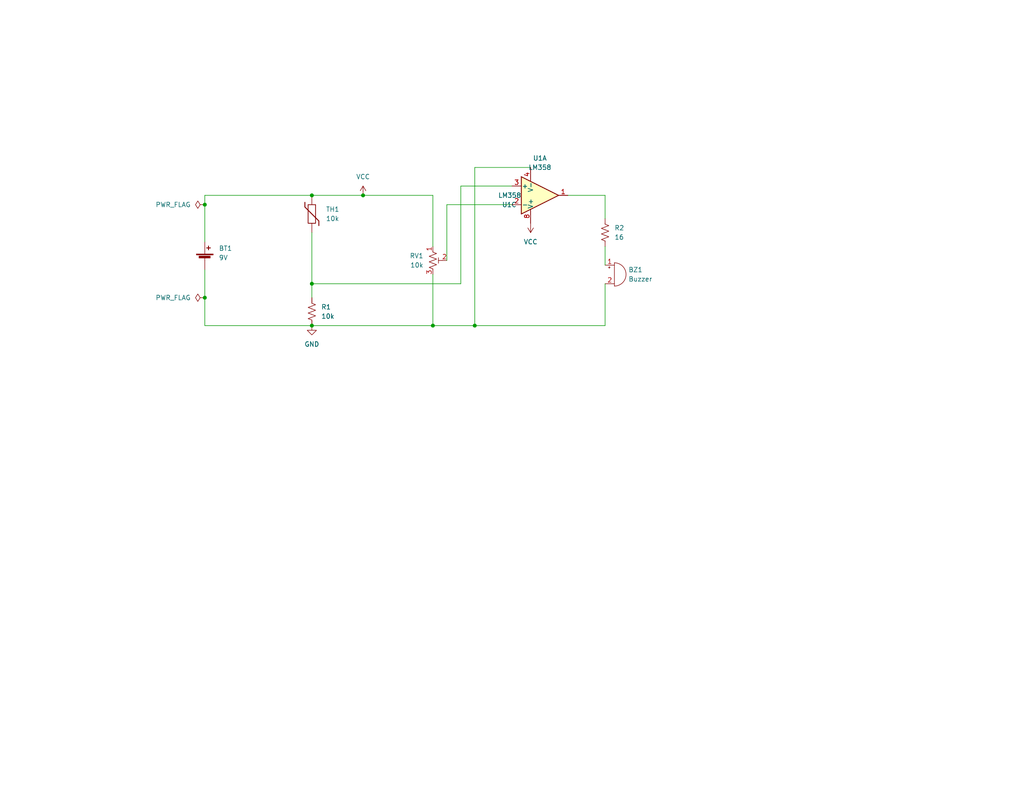
<source format=kicad_sch>
(kicad_sch (version 20211123) (generator eeschema)

  (uuid 316a9f04-c580-4dee-a0d9-63091aa50267)

  (paper "A")

  (title_block
    (date "2023-01-31")
    (rev "final_project")
  )

  (lib_symbols
    (symbol "Amplifier_Operational:LM358" (pin_names (offset 0.127)) (in_bom yes) (on_board yes)
      (property "Reference" "U" (id 0) (at 0 5.08 0)
        (effects (font (size 1.27 1.27)) (justify left))
      )
      (property "Value" "LM358" (id 1) (at 0 -5.08 0)
        (effects (font (size 1.27 1.27)) (justify left))
      )
      (property "Footprint" "" (id 2) (at 0 0 0)
        (effects (font (size 1.27 1.27)) hide)
      )
      (property "Datasheet" "http://www.ti.com/lit/ds/symlink/lm2904-n.pdf" (id 3) (at 0 0 0)
        (effects (font (size 1.27 1.27)) hide)
      )
      (property "ki_locked" "" (id 4) (at 0 0 0)
        (effects (font (size 1.27 1.27)))
      )
      (property "ki_keywords" "dual opamp" (id 5) (at 0 0 0)
        (effects (font (size 1.27 1.27)) hide)
      )
      (property "ki_description" "Low-Power, Dual Operational Amplifiers, DIP-8/SOIC-8/TO-99-8" (id 6) (at 0 0 0)
        (effects (font (size 1.27 1.27)) hide)
      )
      (property "ki_fp_filters" "SOIC*3.9x4.9mm*P1.27mm* DIP*W7.62mm* TO*99* OnSemi*Micro8* TSSOP*3x3mm*P0.65mm* TSSOP*4.4x3mm*P0.65mm* MSOP*3x3mm*P0.65mm* SSOP*3.9x4.9mm*P0.635mm* LFCSP*2x2mm*P0.5mm* *SIP* SOIC*5.3x6.2mm*P1.27mm*" (id 7) (at 0 0 0)
        (effects (font (size 1.27 1.27)) hide)
      )
      (symbol "LM358_1_1"
        (polyline
          (pts
            (xy -5.08 5.08)
            (xy 5.08 0)
            (xy -5.08 -5.08)
            (xy -5.08 5.08)
          )
          (stroke (width 0.254) (type default) (color 0 0 0 0))
          (fill (type background))
        )
        (pin output line (at 7.62 0 180) (length 2.54)
          (name "~" (effects (font (size 1.27 1.27))))
          (number "1" (effects (font (size 1.27 1.27))))
        )
        (pin input line (at -7.62 -2.54 0) (length 2.54)
          (name "-" (effects (font (size 1.27 1.27))))
          (number "2" (effects (font (size 1.27 1.27))))
        )
        (pin input line (at -7.62 2.54 0) (length 2.54)
          (name "+" (effects (font (size 1.27 1.27))))
          (number "3" (effects (font (size 1.27 1.27))))
        )
      )
      (symbol "LM358_2_1"
        (polyline
          (pts
            (xy -5.08 5.08)
            (xy 5.08 0)
            (xy -5.08 -5.08)
            (xy -5.08 5.08)
          )
          (stroke (width 0.254) (type default) (color 0 0 0 0))
          (fill (type background))
        )
        (pin input line (at -7.62 2.54 0) (length 2.54)
          (name "+" (effects (font (size 1.27 1.27))))
          (number "5" (effects (font (size 1.27 1.27))))
        )
        (pin input line (at -7.62 -2.54 0) (length 2.54)
          (name "-" (effects (font (size 1.27 1.27))))
          (number "6" (effects (font (size 1.27 1.27))))
        )
        (pin output line (at 7.62 0 180) (length 2.54)
          (name "~" (effects (font (size 1.27 1.27))))
          (number "7" (effects (font (size 1.27 1.27))))
        )
      )
      (symbol "LM358_3_1"
        (pin power_in line (at -2.54 -7.62 90) (length 3.81)
          (name "V-" (effects (font (size 1.27 1.27))))
          (number "4" (effects (font (size 1.27 1.27))))
        )
        (pin power_in line (at -2.54 7.62 270) (length 3.81)
          (name "V+" (effects (font (size 1.27 1.27))))
          (number "8" (effects (font (size 1.27 1.27))))
        )
      )
    )
    (symbol "Device:Battery_Cell" (pin_numbers hide) (pin_names (offset 0) hide) (in_bom yes) (on_board yes)
      (property "Reference" "BT" (id 0) (at 2.54 2.54 0)
        (effects (font (size 1.27 1.27)) (justify left))
      )
      (property "Value" "Battery_Cell" (id 1) (at 2.54 0 0)
        (effects (font (size 1.27 1.27)) (justify left))
      )
      (property "Footprint" "" (id 2) (at 0 1.524 90)
        (effects (font (size 1.27 1.27)) hide)
      )
      (property "Datasheet" "~" (id 3) (at 0 1.524 90)
        (effects (font (size 1.27 1.27)) hide)
      )
      (property "ki_keywords" "battery cell" (id 4) (at 0 0 0)
        (effects (font (size 1.27 1.27)) hide)
      )
      (property "ki_description" "Single-cell battery" (id 5) (at 0 0 0)
        (effects (font (size 1.27 1.27)) hide)
      )
      (symbol "Battery_Cell_0_1"
        (rectangle (start -2.286 1.778) (end 2.286 1.524)
          (stroke (width 0) (type default) (color 0 0 0 0))
          (fill (type outline))
        )
        (rectangle (start -1.5748 1.1938) (end 1.4732 0.6858)
          (stroke (width 0) (type default) (color 0 0 0 0))
          (fill (type outline))
        )
        (polyline
          (pts
            (xy 0 0.762)
            (xy 0 0)
          )
          (stroke (width 0) (type default) (color 0 0 0 0))
          (fill (type none))
        )
        (polyline
          (pts
            (xy 0 1.778)
            (xy 0 2.54)
          )
          (stroke (width 0) (type default) (color 0 0 0 0))
          (fill (type none))
        )
        (polyline
          (pts
            (xy 0.508 3.429)
            (xy 1.524 3.429)
          )
          (stroke (width 0.254) (type default) (color 0 0 0 0))
          (fill (type none))
        )
        (polyline
          (pts
            (xy 1.016 3.937)
            (xy 1.016 2.921)
          )
          (stroke (width 0.254) (type default) (color 0 0 0 0))
          (fill (type none))
        )
      )
      (symbol "Battery_Cell_1_1"
        (pin passive line (at 0 5.08 270) (length 2.54)
          (name "+" (effects (font (size 1.27 1.27))))
          (number "1" (effects (font (size 1.27 1.27))))
        )
        (pin passive line (at 0 -2.54 90) (length 2.54)
          (name "-" (effects (font (size 1.27 1.27))))
          (number "2" (effects (font (size 1.27 1.27))))
        )
      )
    )
    (symbol "Device:Buzzer" (pin_names (offset 0.0254) hide) (in_bom yes) (on_board yes)
      (property "Reference" "BZ" (id 0) (at 3.81 1.27 0)
        (effects (font (size 1.27 1.27)) (justify left))
      )
      (property "Value" "Buzzer" (id 1) (at 3.81 -1.27 0)
        (effects (font (size 1.27 1.27)) (justify left))
      )
      (property "Footprint" "" (id 2) (at -0.635 2.54 90)
        (effects (font (size 1.27 1.27)) hide)
      )
      (property "Datasheet" "~" (id 3) (at -0.635 2.54 90)
        (effects (font (size 1.27 1.27)) hide)
      )
      (property "ki_keywords" "quartz resonator ceramic" (id 4) (at 0 0 0)
        (effects (font (size 1.27 1.27)) hide)
      )
      (property "ki_description" "Buzzer, polarized" (id 5) (at 0 0 0)
        (effects (font (size 1.27 1.27)) hide)
      )
      (property "ki_fp_filters" "*Buzzer*" (id 6) (at 0 0 0)
        (effects (font (size 1.27 1.27)) hide)
      )
      (symbol "Buzzer_0_1"
        (arc (start 0 -3.175) (mid 3.175 0) (end 0 3.175)
          (stroke (width 0) (type default) (color 0 0 0 0))
          (fill (type none))
        )
        (polyline
          (pts
            (xy -1.651 1.905)
            (xy -1.143 1.905)
          )
          (stroke (width 0) (type default) (color 0 0 0 0))
          (fill (type none))
        )
        (polyline
          (pts
            (xy -1.397 2.159)
            (xy -1.397 1.651)
          )
          (stroke (width 0) (type default) (color 0 0 0 0))
          (fill (type none))
        )
        (polyline
          (pts
            (xy 0 3.175)
            (xy 0 -3.175)
          )
          (stroke (width 0) (type default) (color 0 0 0 0))
          (fill (type none))
        )
      )
      (symbol "Buzzer_1_1"
        (pin passive line (at -2.54 2.54 0) (length 2.54)
          (name "-" (effects (font (size 1.27 1.27))))
          (number "1" (effects (font (size 1.27 1.27))))
        )
        (pin passive line (at -2.54 -2.54 0) (length 2.54)
          (name "+" (effects (font (size 1.27 1.27))))
          (number "2" (effects (font (size 1.27 1.27))))
        )
      )
    )
    (symbol "Device:R_Potentiometer_Trim_US" (pin_names (offset 1.016) hide) (in_bom yes) (on_board yes)
      (property "Reference" "RV" (id 0) (at -4.445 0 90)
        (effects (font (size 1.27 1.27)))
      )
      (property "Value" "R_Potentiometer_Trim_US" (id 1) (at -2.54 0 90)
        (effects (font (size 1.27 1.27)))
      )
      (property "Footprint" "" (id 2) (at 0 0 0)
        (effects (font (size 1.27 1.27)) hide)
      )
      (property "Datasheet" "~" (id 3) (at 0 0 0)
        (effects (font (size 1.27 1.27)) hide)
      )
      (property "ki_keywords" "resistor variable trimpot trimmer" (id 4) (at 0 0 0)
        (effects (font (size 1.27 1.27)) hide)
      )
      (property "ki_description" "Trim-potentiometer, US symbol" (id 5) (at 0 0 0)
        (effects (font (size 1.27 1.27)) hide)
      )
      (property "ki_fp_filters" "Potentiometer*" (id 6) (at 0 0 0)
        (effects (font (size 1.27 1.27)) hide)
      )
      (symbol "R_Potentiometer_Trim_US_0_1"
        (polyline
          (pts
            (xy 0 -2.286)
            (xy 0 -2.54)
          )
          (stroke (width 0) (type default) (color 0 0 0 0))
          (fill (type none))
        )
        (polyline
          (pts
            (xy 0 2.286)
            (xy 0 2.54)
          )
          (stroke (width 0) (type default) (color 0 0 0 0))
          (fill (type none))
        )
        (polyline
          (pts
            (xy 1.524 0.762)
            (xy 1.524 -0.762)
          )
          (stroke (width 0) (type default) (color 0 0 0 0))
          (fill (type none))
        )
        (polyline
          (pts
            (xy 2.54 0)
            (xy 1.524 0)
          )
          (stroke (width 0) (type default) (color 0 0 0 0))
          (fill (type none))
        )
        (polyline
          (pts
            (xy 0 -0.762)
            (xy 1.016 -1.143)
            (xy 0 -1.524)
            (xy -1.016 -1.905)
            (xy 0 -2.286)
          )
          (stroke (width 0) (type default) (color 0 0 0 0))
          (fill (type none))
        )
        (polyline
          (pts
            (xy 0 0.762)
            (xy 1.016 0.381)
            (xy 0 0)
            (xy -1.016 -0.381)
            (xy 0 -0.762)
          )
          (stroke (width 0) (type default) (color 0 0 0 0))
          (fill (type none))
        )
        (polyline
          (pts
            (xy 0 2.286)
            (xy 1.016 1.905)
            (xy 0 1.524)
            (xy -1.016 1.143)
            (xy 0 0.762)
          )
          (stroke (width 0) (type default) (color 0 0 0 0))
          (fill (type none))
        )
      )
      (symbol "R_Potentiometer_Trim_US_1_1"
        (pin passive line (at 0 3.81 270) (length 1.27)
          (name "1" (effects (font (size 1.27 1.27))))
          (number "1" (effects (font (size 1.27 1.27))))
        )
        (pin passive line (at 3.81 0 180) (length 1.27)
          (name "2" (effects (font (size 1.27 1.27))))
          (number "2" (effects (font (size 1.27 1.27))))
        )
        (pin passive line (at 0 -3.81 90) (length 1.27)
          (name "3" (effects (font (size 1.27 1.27))))
          (number "3" (effects (font (size 1.27 1.27))))
        )
      )
    )
    (symbol "Device:R_US" (pin_numbers hide) (pin_names (offset 0)) (in_bom yes) (on_board yes)
      (property "Reference" "R" (id 0) (at 2.54 0 90)
        (effects (font (size 1.27 1.27)))
      )
      (property "Value" "R_US" (id 1) (at -2.54 0 90)
        (effects (font (size 1.27 1.27)))
      )
      (property "Footprint" "" (id 2) (at 1.016 -0.254 90)
        (effects (font (size 1.27 1.27)) hide)
      )
      (property "Datasheet" "~" (id 3) (at 0 0 0)
        (effects (font (size 1.27 1.27)) hide)
      )
      (property "ki_keywords" "R res resistor" (id 4) (at 0 0 0)
        (effects (font (size 1.27 1.27)) hide)
      )
      (property "ki_description" "Resistor, US symbol" (id 5) (at 0 0 0)
        (effects (font (size 1.27 1.27)) hide)
      )
      (property "ki_fp_filters" "R_*" (id 6) (at 0 0 0)
        (effects (font (size 1.27 1.27)) hide)
      )
      (symbol "R_US_0_1"
        (polyline
          (pts
            (xy 0 -2.286)
            (xy 0 -2.54)
          )
          (stroke (width 0) (type default) (color 0 0 0 0))
          (fill (type none))
        )
        (polyline
          (pts
            (xy 0 2.286)
            (xy 0 2.54)
          )
          (stroke (width 0) (type default) (color 0 0 0 0))
          (fill (type none))
        )
        (polyline
          (pts
            (xy 0 -0.762)
            (xy 1.016 -1.143)
            (xy 0 -1.524)
            (xy -1.016 -1.905)
            (xy 0 -2.286)
          )
          (stroke (width 0) (type default) (color 0 0 0 0))
          (fill (type none))
        )
        (polyline
          (pts
            (xy 0 0.762)
            (xy 1.016 0.381)
            (xy 0 0)
            (xy -1.016 -0.381)
            (xy 0 -0.762)
          )
          (stroke (width 0) (type default) (color 0 0 0 0))
          (fill (type none))
        )
        (polyline
          (pts
            (xy 0 2.286)
            (xy 1.016 1.905)
            (xy 0 1.524)
            (xy -1.016 1.143)
            (xy 0 0.762)
          )
          (stroke (width 0) (type default) (color 0 0 0 0))
          (fill (type none))
        )
      )
      (symbol "R_US_1_1"
        (pin passive line (at 0 3.81 270) (length 1.27)
          (name "~" (effects (font (size 1.27 1.27))))
          (number "1" (effects (font (size 1.27 1.27))))
        )
        (pin passive line (at 0 -3.81 90) (length 1.27)
          (name "~" (effects (font (size 1.27 1.27))))
          (number "2" (effects (font (size 1.27 1.27))))
        )
      )
    )
    (symbol "Device:Thermistor" (pin_numbers hide) (pin_names (offset 0)) (in_bom yes) (on_board yes)
      (property "Reference" "TH" (id 0) (at 2.54 1.27 90)
        (effects (font (size 1.27 1.27)))
      )
      (property "Value" "Thermistor" (id 1) (at -2.54 0 90)
        (effects (font (size 1.27 1.27)) (justify bottom))
      )
      (property "Footprint" "" (id 2) (at 0 0 0)
        (effects (font (size 1.27 1.27)) hide)
      )
      (property "Datasheet" "~" (id 3) (at 0 0 0)
        (effects (font (size 1.27 1.27)) hide)
      )
      (property "ki_keywords" "R res thermistor" (id 4) (at 0 0 0)
        (effects (font (size 1.27 1.27)) hide)
      )
      (property "ki_description" "Temperature dependent resistor" (id 5) (at 0 0 0)
        (effects (font (size 1.27 1.27)) hide)
      )
      (property "ki_fp_filters" "R_*" (id 6) (at 0 0 0)
        (effects (font (size 1.27 1.27)) hide)
      )
      (symbol "Thermistor_0_1"
        (rectangle (start -1.016 2.54) (end 1.016 -2.54)
          (stroke (width 0.2032) (type default) (color 0 0 0 0))
          (fill (type none))
        )
        (polyline
          (pts
            (xy -1.905 3.175)
            (xy -1.905 1.905)
            (xy 1.905 -1.905)
            (xy 1.905 -3.175)
            (xy 1.905 -3.175)
          )
          (stroke (width 0.254) (type default) (color 0 0 0 0))
          (fill (type none))
        )
      )
      (symbol "Thermistor_1_1"
        (pin passive line (at 0 5.08 270) (length 2.54)
          (name "~" (effects (font (size 1.27 1.27))))
          (number "1" (effects (font (size 1.27 1.27))))
        )
        (pin passive line (at 0 -5.08 90) (length 2.54)
          (name "~" (effects (font (size 1.27 1.27))))
          (number "2" (effects (font (size 1.27 1.27))))
        )
      )
    )
    (symbol "power:GND" (power) (pin_names (offset 0)) (in_bom yes) (on_board yes)
      (property "Reference" "#PWR" (id 0) (at 0 -6.35 0)
        (effects (font (size 1.27 1.27)) hide)
      )
      (property "Value" "GND" (id 1) (at 0 -3.81 0)
        (effects (font (size 1.27 1.27)))
      )
      (property "Footprint" "" (id 2) (at 0 0 0)
        (effects (font (size 1.27 1.27)) hide)
      )
      (property "Datasheet" "" (id 3) (at 0 0 0)
        (effects (font (size 1.27 1.27)) hide)
      )
      (property "ki_keywords" "global power" (id 4) (at 0 0 0)
        (effects (font (size 1.27 1.27)) hide)
      )
      (property "ki_description" "Power symbol creates a global label with name \"GND\" , ground" (id 5) (at 0 0 0)
        (effects (font (size 1.27 1.27)) hide)
      )
      (symbol "GND_0_1"
        (polyline
          (pts
            (xy 0 0)
            (xy 0 -1.27)
            (xy 1.27 -1.27)
            (xy 0 -2.54)
            (xy -1.27 -1.27)
            (xy 0 -1.27)
          )
          (stroke (width 0) (type default) (color 0 0 0 0))
          (fill (type none))
        )
      )
      (symbol "GND_1_1"
        (pin power_in line (at 0 0 270) (length 0) hide
          (name "GND" (effects (font (size 1.27 1.27))))
          (number "1" (effects (font (size 1.27 1.27))))
        )
      )
    )
    (symbol "power:PWR_FLAG" (power) (pin_numbers hide) (pin_names (offset 0) hide) (in_bom yes) (on_board yes)
      (property "Reference" "#FLG" (id 0) (at 0 1.905 0)
        (effects (font (size 1.27 1.27)) hide)
      )
      (property "Value" "PWR_FLAG" (id 1) (at 0 3.81 0)
        (effects (font (size 1.27 1.27)))
      )
      (property "Footprint" "" (id 2) (at 0 0 0)
        (effects (font (size 1.27 1.27)) hide)
      )
      (property "Datasheet" "~" (id 3) (at 0 0 0)
        (effects (font (size 1.27 1.27)) hide)
      )
      (property "ki_keywords" "flag power" (id 4) (at 0 0 0)
        (effects (font (size 1.27 1.27)) hide)
      )
      (property "ki_description" "Special symbol for telling ERC where power comes from" (id 5) (at 0 0 0)
        (effects (font (size 1.27 1.27)) hide)
      )
      (symbol "PWR_FLAG_0_0"
        (pin power_out line (at 0 0 90) (length 0)
          (name "pwr" (effects (font (size 1.27 1.27))))
          (number "1" (effects (font (size 1.27 1.27))))
        )
      )
      (symbol "PWR_FLAG_0_1"
        (polyline
          (pts
            (xy 0 0)
            (xy 0 1.27)
            (xy -1.016 1.905)
            (xy 0 2.54)
            (xy 1.016 1.905)
            (xy 0 1.27)
          )
          (stroke (width 0) (type default) (color 0 0 0 0))
          (fill (type none))
        )
      )
    )
    (symbol "power:VCC" (power) (pin_names (offset 0)) (in_bom yes) (on_board yes)
      (property "Reference" "#PWR" (id 0) (at 0 -3.81 0)
        (effects (font (size 1.27 1.27)) hide)
      )
      (property "Value" "VCC" (id 1) (at 0 3.81 0)
        (effects (font (size 1.27 1.27)))
      )
      (property "Footprint" "" (id 2) (at 0 0 0)
        (effects (font (size 1.27 1.27)) hide)
      )
      (property "Datasheet" "" (id 3) (at 0 0 0)
        (effects (font (size 1.27 1.27)) hide)
      )
      (property "ki_keywords" "global power" (id 4) (at 0 0 0)
        (effects (font (size 1.27 1.27)) hide)
      )
      (property "ki_description" "Power symbol creates a global label with name \"VCC\"" (id 5) (at 0 0 0)
        (effects (font (size 1.27 1.27)) hide)
      )
      (symbol "VCC_0_1"
        (polyline
          (pts
            (xy -0.762 1.27)
            (xy 0 2.54)
          )
          (stroke (width 0) (type default) (color 0 0 0 0))
          (fill (type none))
        )
        (polyline
          (pts
            (xy 0 0)
            (xy 0 2.54)
          )
          (stroke (width 0) (type default) (color 0 0 0 0))
          (fill (type none))
        )
        (polyline
          (pts
            (xy 0 2.54)
            (xy 0.762 1.27)
          )
          (stroke (width 0) (type default) (color 0 0 0 0))
          (fill (type none))
        )
      )
      (symbol "VCC_1_1"
        (pin power_in line (at 0 0 90) (length 0) hide
          (name "VCC" (effects (font (size 1.27 1.27))))
          (number "1" (effects (font (size 1.27 1.27))))
        )
      )
    )
  )

  (junction (at 99.06 53.34) (diameter 0) (color 0 0 0 0)
    (uuid 3400359b-ede7-4d01-9acd-184339594dfc)
  )
  (junction (at 118.11 88.9) (diameter 0) (color 0 0 0 0)
    (uuid 3d0e4202-8068-4fb1-8115-d18ff9f5cc4d)
  )
  (junction (at 55.88 81.28) (diameter 0) (color 0 0 0 0)
    (uuid 3f7f1812-4a2b-4878-b401-5fdc5c16623e)
  )
  (junction (at 85.09 88.9) (diameter 0) (color 0 0 0 0)
    (uuid 4037bff5-ad28-47cb-a5c2-600ae7be4366)
  )
  (junction (at 85.09 77.47) (diameter 0) (color 0 0 0 0)
    (uuid 6d20849f-25f7-4807-8bfb-61edab1ce5c6)
  )
  (junction (at 129.54 88.9) (diameter 0) (color 0 0 0 0)
    (uuid ba4750db-7c66-483d-ac5c-f610c9860963)
  )
  (junction (at 55.88 55.88) (diameter 0) (color 0 0 0 0)
    (uuid df79c2ba-9ce3-4008-9c52-5bcbb761b751)
  )
  (junction (at 85.09 53.34) (diameter 0) (color 0 0 0 0)
    (uuid ef64f8ee-d550-406c-a175-6c319ba0717b)
  )

  (wire (pts (xy 85.09 63.5) (xy 85.09 77.47))
    (stroke (width 0) (type default) (color 0 0 0 0))
    (uuid 0ae6e027-bd1e-4ab6-8672-3d36f2ec315e)
  )
  (wire (pts (xy 165.1 67.31) (xy 165.1 72.39))
    (stroke (width 0) (type default) (color 0 0 0 0))
    (uuid 1508bf11-4246-43e5-ab3b-abb2cd87f42b)
  )
  (wire (pts (xy 118.11 74.93) (xy 118.11 88.9))
    (stroke (width 0) (type default) (color 0 0 0 0))
    (uuid 1a781b10-0169-4b7d-9012-b40ec341d501)
  )
  (wire (pts (xy 139.7 55.88) (xy 121.92 55.88))
    (stroke (width 0) (type default) (color 0 0 0 0))
    (uuid 266f37ce-a33c-4438-8cf7-4d9670f12852)
  )
  (wire (pts (xy 165.1 88.9) (xy 129.54 88.9))
    (stroke (width 0) (type default) (color 0 0 0 0))
    (uuid 338adfed-f778-4b58-86a8-eba9d742619e)
  )
  (wire (pts (xy 144.78 45.72) (xy 129.54 45.72))
    (stroke (width 0) (type default) (color 0 0 0 0))
    (uuid 34f02d55-eac1-458b-8532-5a0be7f81ad7)
  )
  (wire (pts (xy 165.1 53.34) (xy 165.1 59.69))
    (stroke (width 0) (type default) (color 0 0 0 0))
    (uuid 3503e9b3-d3b1-4b78-b58a-b7764bf29496)
  )
  (wire (pts (xy 121.92 55.88) (xy 121.92 71.12))
    (stroke (width 0) (type default) (color 0 0 0 0))
    (uuid 35f54046-50f5-44b3-a7ff-74b46c941b49)
  )
  (wire (pts (xy 125.73 77.47) (xy 85.09 77.47))
    (stroke (width 0) (type default) (color 0 0 0 0))
    (uuid 50f74fea-0dc4-49bd-b678-1e4c417d6ae5)
  )
  (wire (pts (xy 85.09 77.47) (xy 85.09 81.28))
    (stroke (width 0) (type default) (color 0 0 0 0))
    (uuid 524d2aa0-2685-4756-80df-bd5b5fcc8de5)
  )
  (wire (pts (xy 125.73 50.8) (xy 125.73 77.47))
    (stroke (width 0) (type default) (color 0 0 0 0))
    (uuid 615039ab-8b33-4dd9-bf24-fa8b6a88696a)
  )
  (wire (pts (xy 118.11 53.34) (xy 99.06 53.34))
    (stroke (width 0) (type default) (color 0 0 0 0))
    (uuid 61c46c3b-9d3a-490b-9e18-0b1d7abc84f2)
  )
  (wire (pts (xy 55.88 81.28) (xy 55.88 73.66))
    (stroke (width 0) (type default) (color 0 0 0 0))
    (uuid 745697f0-0965-4995-a2d1-6738bc73db01)
  )
  (wire (pts (xy 139.7 50.8) (xy 125.73 50.8))
    (stroke (width 0) (type default) (color 0 0 0 0))
    (uuid 7865bc3d-9991-4dff-b00f-c9b09ad6bc9e)
  )
  (wire (pts (xy 129.54 45.72) (xy 129.54 88.9))
    (stroke (width 0) (type default) (color 0 0 0 0))
    (uuid 928af6a6-37fd-4457-b310-e0e6bb900209)
  )
  (wire (pts (xy 129.54 88.9) (xy 118.11 88.9))
    (stroke (width 0) (type default) (color 0 0 0 0))
    (uuid a3f21643-78c6-4848-8a62-f8d389549f1d)
  )
  (wire (pts (xy 118.11 67.31) (xy 118.11 53.34))
    (stroke (width 0) (type default) (color 0 0 0 0))
    (uuid ad4a82e4-bd1c-4b36-9ac0-6fcfcd3e1e73)
  )
  (wire (pts (xy 55.88 53.34) (xy 85.09 53.34))
    (stroke (width 0) (type default) (color 0 0 0 0))
    (uuid b6761528-a95f-4bc1-8a78-d20d1ae1a20c)
  )
  (wire (pts (xy 165.1 77.47) (xy 165.1 88.9))
    (stroke (width 0) (type default) (color 0 0 0 0))
    (uuid c394baac-999c-4dec-8a95-352d29ada76c)
  )
  (wire (pts (xy 55.88 55.88) (xy 55.88 53.34))
    (stroke (width 0) (type default) (color 0 0 0 0))
    (uuid c552284a-25e1-493e-aa58-fed94466f40f)
  )
  (wire (pts (xy 154.94 53.34) (xy 165.1 53.34))
    (stroke (width 0) (type default) (color 0 0 0 0))
    (uuid c9e0d1d9-c28e-4d0c-8744-f79ad521a6de)
  )
  (wire (pts (xy 85.09 88.9) (xy 55.88 88.9))
    (stroke (width 0) (type default) (color 0 0 0 0))
    (uuid d251a579-05d5-4307-9e49-07dee2265a51)
  )
  (wire (pts (xy 118.11 88.9) (xy 85.09 88.9))
    (stroke (width 0) (type default) (color 0 0 0 0))
    (uuid d4caf8e6-8247-4cbd-82d0-6f8499fa4330)
  )
  (wire (pts (xy 55.88 66.04) (xy 55.88 55.88))
    (stroke (width 0) (type default) (color 0 0 0 0))
    (uuid f4794a80-10fd-43ff-955d-744748d6fef3)
  )
  (wire (pts (xy 99.06 53.34) (xy 85.09 53.34))
    (stroke (width 0) (type default) (color 0 0 0 0))
    (uuid f7dfbf12-f852-4156-ac0d-1617e6c64bb9)
  )
  (wire (pts (xy 55.88 88.9) (xy 55.88 81.28))
    (stroke (width 0) (type default) (color 0 0 0 0))
    (uuid fe2c8225-81cf-48a2-a526-e7ed1d20edab)
  )

  (symbol (lib_id "Amplifier_Operational:LM358") (at 142.24 53.34 180) (unit 3)
    (in_bom yes) (on_board yes)
    (uuid 00e8004c-ffbe-4385-aa25-6a701ea545c3)
    (property "Reference" "U1" (id 0) (at 140.97 55.88 0)
      (effects (font (size 1.27 1.27)) (justify left))
    )
    (property "Value" "LM358" (id 1) (at 142.24 53.34 0)
      (effects (font (size 1.27 1.27)) (justify left))
    )
    (property "Footprint" "Package_DIP:DIP-8_W10.16mm" (id 2) (at 142.24 53.34 0)
      (effects (font (size 1.27 1.27)) hide)
    )
    (property "Datasheet" "http://www.ti.com/lit/ds/symlink/lm2904-n.pdf" (id 3) (at 142.24 53.34 0)
      (effects (font (size 1.27 1.27)) hide)
    )
    (pin "1" (uuid b7c64ea6-cdc5-422c-853d-4b03218fc653))
    (pin "2" (uuid 8a69afe9-dac1-43bf-8d07-c0ae69b32e5f))
    (pin "3" (uuid f9008ff0-7148-4498-bcea-b5ffa605723e))
    (pin "5" (uuid 25dd34f5-3ae2-4f42-93f6-36a5154ff19d))
    (pin "6" (uuid b2e672eb-ad85-4c12-9fb4-2309877697cb))
    (pin "7" (uuid f2579172-51ff-4291-9e41-e174c2ba185c))
    (pin "4" (uuid e4aab7e3-8bca-4846-8c08-ec4a165dedb6))
    (pin "8" (uuid 068017bb-2e37-4712-b9ba-9b082de8be86))
  )

  (symbol (lib_id "Amplifier_Operational:LM358") (at 147.32 53.34 0) (unit 1)
    (in_bom yes) (on_board yes) (fields_autoplaced)
    (uuid 10398fef-a809-4c87-8233-dcf0210badc3)
    (property "Reference" "U1" (id 0) (at 147.32 43.18 0))
    (property "Value" "LM358" (id 1) (at 147.32 45.72 0))
    (property "Footprint" "Package_DIP:DIP-8_W10.16mm" (id 2) (at 147.32 53.34 0)
      (effects (font (size 1.27 1.27)) hide)
    )
    (property "Datasheet" "http://www.ti.com/lit/ds/symlink/lm2904-n.pdf" (id 3) (at 147.32 53.34 0)
      (effects (font (size 1.27 1.27)) hide)
    )
    (pin "1" (uuid 60154a4f-24d1-4b3a-8cf9-205eb974e57d))
    (pin "2" (uuid 97480293-9d7b-4379-933b-13e1163c3670))
    (pin "3" (uuid 4e8591a4-a68f-443b-a55e-4766f99f3156))
    (pin "5" (uuid fc30b0aa-e29f-402a-afde-007be25d0122))
    (pin "6" (uuid 084854e6-616b-4031-b6e5-b25b90f8734a))
    (pin "7" (uuid 2695de22-a9ce-41c9-bb09-26a4be34bdaa))
    (pin "4" (uuid 40b3337b-1aaf-469c-955c-69f44d9e7c8e))
    (pin "8" (uuid ac31c3ea-4f67-4ac1-b555-83e7035ca7ed))
  )

  (symbol (lib_id "power:VCC") (at 144.78 60.96 180) (unit 1)
    (in_bom yes) (on_board yes) (fields_autoplaced)
    (uuid 26e0a92c-ee36-464d-b386-b198399e71de)
    (property "Reference" "#PWR03" (id 0) (at 144.78 57.15 0)
      (effects (font (size 1.27 1.27)) hide)
    )
    (property "Value" "VCC" (id 1) (at 144.78 66.04 0))
    (property "Footprint" "" (id 2) (at 144.78 60.96 0)
      (effects (font (size 1.27 1.27)) hide)
    )
    (property "Datasheet" "" (id 3) (at 144.78 60.96 0)
      (effects (font (size 1.27 1.27)) hide)
    )
    (pin "1" (uuid f2364c31-8fb9-4f5f-8023-7ce50694edbc))
  )

  (symbol (lib_id "Device:Battery_Cell") (at 55.88 71.12 0) (unit 1)
    (in_bom yes) (on_board yes) (fields_autoplaced)
    (uuid 2b47fc30-7154-4fe7-954e-79496cecd07a)
    (property "Reference" "BT1" (id 0) (at 59.69 67.8179 0)
      (effects (font (size 1.27 1.27)) (justify left))
    )
    (property "Value" "9V" (id 1) (at 59.69 70.3579 0)
      (effects (font (size 1.27 1.27)) (justify left))
    )
    (property "Footprint" "TerminalBlock_MetzConnect:TerminalBlock_MetzConnect_Type101_RT01602HBWC_1x02_P5.08mm_Horizontal" (id 2) (at 55.88 69.596 90)
      (effects (font (size 1.27 1.27)) hide)
    )
    (property "Datasheet" "~" (id 3) (at 55.88 69.596 90)
      (effects (font (size 1.27 1.27)) hide)
    )
    (pin "1" (uuid 24b1d902-3a76-4d4d-aa6c-a7713bc5728d))
    (pin "2" (uuid 2d71b276-7da9-470c-b07d-4e51ceb0fff4))
  )

  (symbol (lib_id "Device:R_US") (at 165.1 63.5 0) (unit 1)
    (in_bom yes) (on_board yes) (fields_autoplaced)
    (uuid 3991078e-7fd7-449d-82ac-f60f490af1f0)
    (property "Reference" "R2" (id 0) (at 167.64 62.2299 0)
      (effects (font (size 1.27 1.27)) (justify left))
    )
    (property "Value" "16" (id 1) (at 167.64 64.7699 0)
      (effects (font (size 1.27 1.27)) (justify left))
    )
    (property "Footprint" "Resistor_THT:R_Axial_DIN0207_L6.3mm_D2.5mm_P10.16mm_Horizontal" (id 2) (at 166.116 63.754 90)
      (effects (font (size 1.27 1.27)) hide)
    )
    (property "Datasheet" "~" (id 3) (at 165.1 63.5 0)
      (effects (font (size 1.27 1.27)) hide)
    )
    (pin "1" (uuid 6a3d6c17-dac6-4458-859c-0ef5df56ebba))
    (pin "2" (uuid 99bff8a4-ed9a-41a4-aacb-2425c7f78de7))
  )

  (symbol (lib_id "Device:Thermistor") (at 85.09 58.42 0) (unit 1)
    (in_bom yes) (on_board yes) (fields_autoplaced)
    (uuid 4dcb309b-a438-4965-bbc9-3d23dcb7d25d)
    (property "Reference" "TH1" (id 0) (at 88.9 57.1499 0)
      (effects (font (size 1.27 1.27)) (justify left))
    )
    (property "Value" "10k" (id 1) (at 88.9 59.6899 0)
      (effects (font (size 1.27 1.27)) (justify left))
    )
    (property "Footprint" "Resistor_THT:R_Axial_DIN0411_L9.9mm_D3.6mm_P12.70mm_Horizontal" (id 2) (at 85.09 58.42 0)
      (effects (font (size 1.27 1.27)) hide)
    )
    (property "Datasheet" "~" (id 3) (at 85.09 58.42 0)
      (effects (font (size 1.27 1.27)) hide)
    )
    (pin "1" (uuid af64c45d-c0f9-4441-90d5-204639a91344))
    (pin "2" (uuid d192f337-94b8-447f-93df-6e35a568c50d))
  )

  (symbol (lib_id "power:PWR_FLAG") (at 55.88 81.28 90) (unit 1)
    (in_bom yes) (on_board yes) (fields_autoplaced)
    (uuid 56657ba7-8441-42cc-97ff-cfda749256f2)
    (property "Reference" "#FLG0102" (id 0) (at 53.975 81.28 0)
      (effects (font (size 1.27 1.27)) hide)
    )
    (property "Value" "PWR_FLAG" (id 1) (at 52.07 81.2799 90)
      (effects (font (size 1.27 1.27)) (justify left))
    )
    (property "Footprint" "" (id 2) (at 55.88 81.28 0)
      (effects (font (size 1.27 1.27)) hide)
    )
    (property "Datasheet" "~" (id 3) (at 55.88 81.28 0)
      (effects (font (size 1.27 1.27)) hide)
    )
    (pin "1" (uuid 94ab01b3-955d-4dca-b80f-17ac7decf49e))
  )

  (symbol (lib_id "power:VCC") (at 99.06 53.34 0) (unit 1)
    (in_bom yes) (on_board yes) (fields_autoplaced)
    (uuid 989c92ce-c166-4eba-8825-72f8a832b54d)
    (property "Reference" "#PWR02" (id 0) (at 99.06 57.15 0)
      (effects (font (size 1.27 1.27)) hide)
    )
    (property "Value" "VCC" (id 1) (at 99.06 48.26 0))
    (property "Footprint" "" (id 2) (at 99.06 53.34 0)
      (effects (font (size 1.27 1.27)) hide)
    )
    (property "Datasheet" "" (id 3) (at 99.06 53.34 0)
      (effects (font (size 1.27 1.27)) hide)
    )
    (pin "1" (uuid d17f2e80-5640-420c-a66f-5628d32dd826))
  )

  (symbol (lib_id "Device:R_US") (at 85.09 85.09 0) (unit 1)
    (in_bom yes) (on_board yes) (fields_autoplaced)
    (uuid b2ea1a31-67c4-406d-8730-c77847f5736c)
    (property "Reference" "R1" (id 0) (at 87.63 83.8199 0)
      (effects (font (size 1.27 1.27)) (justify left))
    )
    (property "Value" "10k" (id 1) (at 87.63 86.3599 0)
      (effects (font (size 1.27 1.27)) (justify left))
    )
    (property "Footprint" "Resistor_THT:R_Axial_DIN0207_L6.3mm_D2.5mm_P10.16mm_Horizontal" (id 2) (at 86.106 85.344 90)
      (effects (font (size 1.27 1.27)) hide)
    )
    (property "Datasheet" "~" (id 3) (at 85.09 85.09 0)
      (effects (font (size 1.27 1.27)) hide)
    )
    (pin "1" (uuid 417e2576-0b83-4436-a3da-ff1ca6816b32))
    (pin "2" (uuid 9b6a02ae-b0a3-40ca-81b7-846a5f7d162d))
  )

  (symbol (lib_id "power:PWR_FLAG") (at 55.88 55.88 90) (unit 1)
    (in_bom yes) (on_board yes) (fields_autoplaced)
    (uuid bc1014cc-f745-4247-8f0d-f4af1c496dbf)
    (property "Reference" "#FLG0101" (id 0) (at 53.975 55.88 0)
      (effects (font (size 1.27 1.27)) hide)
    )
    (property "Value" "PWR_FLAG" (id 1) (at 52.07 55.8799 90)
      (effects (font (size 1.27 1.27)) (justify left))
    )
    (property "Footprint" "" (id 2) (at 55.88 55.88 0)
      (effects (font (size 1.27 1.27)) hide)
    )
    (property "Datasheet" "~" (id 3) (at 55.88 55.88 0)
      (effects (font (size 1.27 1.27)) hide)
    )
    (pin "1" (uuid 5d6b2b07-4169-4810-a0b3-b8c9bb40023e))
  )

  (symbol (lib_id "power:GND") (at 85.09 88.9 0) (unit 1)
    (in_bom yes) (on_board yes) (fields_autoplaced)
    (uuid be40e14b-0eb7-4b52-abf1-19b9d4fddb24)
    (property "Reference" "#PWR01" (id 0) (at 85.09 95.25 0)
      (effects (font (size 1.27 1.27)) hide)
    )
    (property "Value" "GND" (id 1) (at 85.09 93.98 0))
    (property "Footprint" "" (id 2) (at 85.09 88.9 0)
      (effects (font (size 1.27 1.27)) hide)
    )
    (property "Datasheet" "" (id 3) (at 85.09 88.9 0)
      (effects (font (size 1.27 1.27)) hide)
    )
    (pin "1" (uuid b53b2f28-65f8-4580-975b-413f74bf5640))
  )

  (symbol (lib_id "Device:Buzzer") (at 167.64 74.93 0) (unit 1)
    (in_bom yes) (on_board yes) (fields_autoplaced)
    (uuid c39db56b-076a-4e87-95f2-7c34a46d6158)
    (property "Reference" "BZ1" (id 0) (at 171.45 73.6599 0)
      (effects (font (size 1.27 1.27)) (justify left))
    )
    (property "Value" "Buzzer" (id 1) (at 171.45 76.1999 0)
      (effects (font (size 1.27 1.27)) (justify left))
    )
    (property "Footprint" "Buzzer_Beeper:Buzzer_12x9.5RM7.6" (id 2) (at 167.005 72.39 90)
      (effects (font (size 1.27 1.27)) hide)
    )
    (property "Datasheet" "~" (id 3) (at 167.005 72.39 90)
      (effects (font (size 1.27 1.27)) hide)
    )
    (pin "1" (uuid f32131c3-5641-4462-9c3d-5e8b4f3f1607))
    (pin "2" (uuid 7e8cc9bb-5b87-42d4-be08-424cadbc778d))
  )

  (symbol (lib_id "Device:R_Potentiometer_Trim_US") (at 118.11 71.12 0) (unit 1)
    (in_bom yes) (on_board yes) (fields_autoplaced)
    (uuid da9100f3-2296-4ba9-8958-f3be06e1d24d)
    (property "Reference" "RV1" (id 0) (at 115.57 69.8499 0)
      (effects (font (size 1.27 1.27)) (justify right))
    )
    (property "Value" "10k" (id 1) (at 115.57 72.3899 0)
      (effects (font (size 1.27 1.27)) (justify right))
    )
    (property "Footprint" "Potentiometer_THT:Potentiometer_Bourns_3296P_Horizontal" (id 2) (at 118.11 71.12 0)
      (effects (font (size 1.27 1.27)) hide)
    )
    (property "Datasheet" "~" (id 3) (at 118.11 71.12 0)
      (effects (font (size 1.27 1.27)) hide)
    )
    (pin "1" (uuid 36c6803e-55ad-443a-b90a-87c3588cc664))
    (pin "2" (uuid 75eccadc-3af2-4d2a-8a66-319d9c2b04b5))
    (pin "3" (uuid 088b5406-cb0b-4898-bc56-f19004d698bf))
  )

  (sheet_instances
    (path "/" (page "1"))
  )

  (symbol_instances
    (path "/bc1014cc-f745-4247-8f0d-f4af1c496dbf"
      (reference "#FLG0101") (unit 1) (value "PWR_FLAG") (footprint "")
    )
    (path "/56657ba7-8441-42cc-97ff-cfda749256f2"
      (reference "#FLG0102") (unit 1) (value "PWR_FLAG") (footprint "")
    )
    (path "/be40e14b-0eb7-4b52-abf1-19b9d4fddb24"
      (reference "#PWR01") (unit 1) (value "GND") (footprint "")
    )
    (path "/989c92ce-c166-4eba-8825-72f8a832b54d"
      (reference "#PWR02") (unit 1) (value "VCC") (footprint "")
    )
    (path "/26e0a92c-ee36-464d-b386-b198399e71de"
      (reference "#PWR03") (unit 1) (value "VCC") (footprint "")
    )
    (path "/2b47fc30-7154-4fe7-954e-79496cecd07a"
      (reference "BT1") (unit 1) (value "9V") (footprint "TerminalBlock_MetzConnect:TerminalBlock_MetzConnect_Type101_RT01602HBWC_1x02_P5.08mm_Horizontal")
    )
    (path "/c39db56b-076a-4e87-95f2-7c34a46d6158"
      (reference "BZ1") (unit 1) (value "Buzzer") (footprint "Buzzer_Beeper:Buzzer_12x9.5RM7.6")
    )
    (path "/b2ea1a31-67c4-406d-8730-c77847f5736c"
      (reference "R1") (unit 1) (value "10k") (footprint "Resistor_THT:R_Axial_DIN0207_L6.3mm_D2.5mm_P10.16mm_Horizontal")
    )
    (path "/3991078e-7fd7-449d-82ac-f60f490af1f0"
      (reference "R2") (unit 1) (value "16") (footprint "Resistor_THT:R_Axial_DIN0207_L6.3mm_D2.5mm_P10.16mm_Horizontal")
    )
    (path "/da9100f3-2296-4ba9-8958-f3be06e1d24d"
      (reference "RV1") (unit 1) (value "10k") (footprint "Potentiometer_THT:Potentiometer_Bourns_3296P_Horizontal")
    )
    (path "/4dcb309b-a438-4965-bbc9-3d23dcb7d25d"
      (reference "TH1") (unit 1) (value "10k") (footprint "Resistor_THT:R_Axial_DIN0411_L9.9mm_D3.6mm_P12.70mm_Horizontal")
    )
    (path "/10398fef-a809-4c87-8233-dcf0210badc3"
      (reference "U1") (unit 1) (value "LM358") (footprint "Package_DIP:DIP-8_W10.16mm")
    )
    (path "/00e8004c-ffbe-4385-aa25-6a701ea545c3"
      (reference "U1") (unit 3) (value "LM358") (footprint "Package_DIP:DIP-8_W10.16mm")
    )
  )
)

</source>
